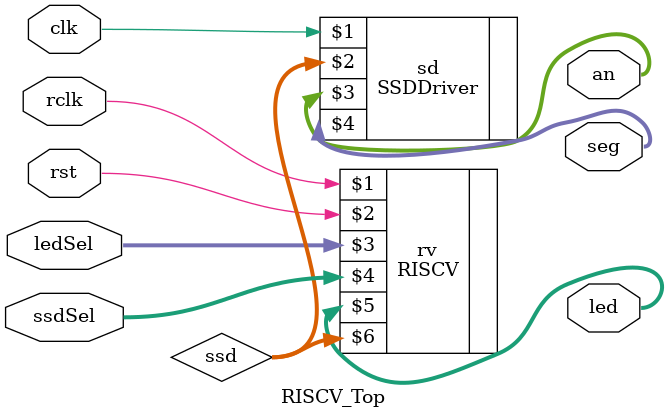
<source format=v>

`timescale 1ns/1ns

module RISCV_Top (
    input clk, 
    input rclk, 
    input rst, 
    input [1:0] ledSel, 
    input [3:0] ssdSel,
    output [15:0] led, 
    output [3:0] an, 
    output [6:0] seg
);

    wire [12:0] ssd;

    RISCV rv(rclk,rst,ledSel,ssdSel,led,ssd);
    SSDDriver sd(clk,ssd,an,seg);
endmodule


</source>
